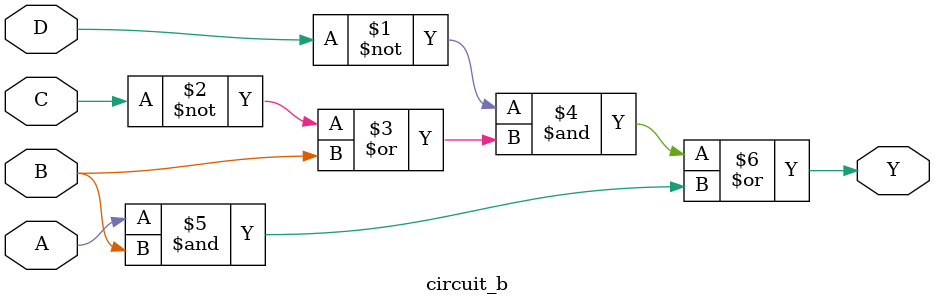
<source format=v>
module circuit_b(
    input A, B, C, D,
    output Y
);

    assign Y = ~D & (~C | B) | A & B;
    
endmodule

</source>
